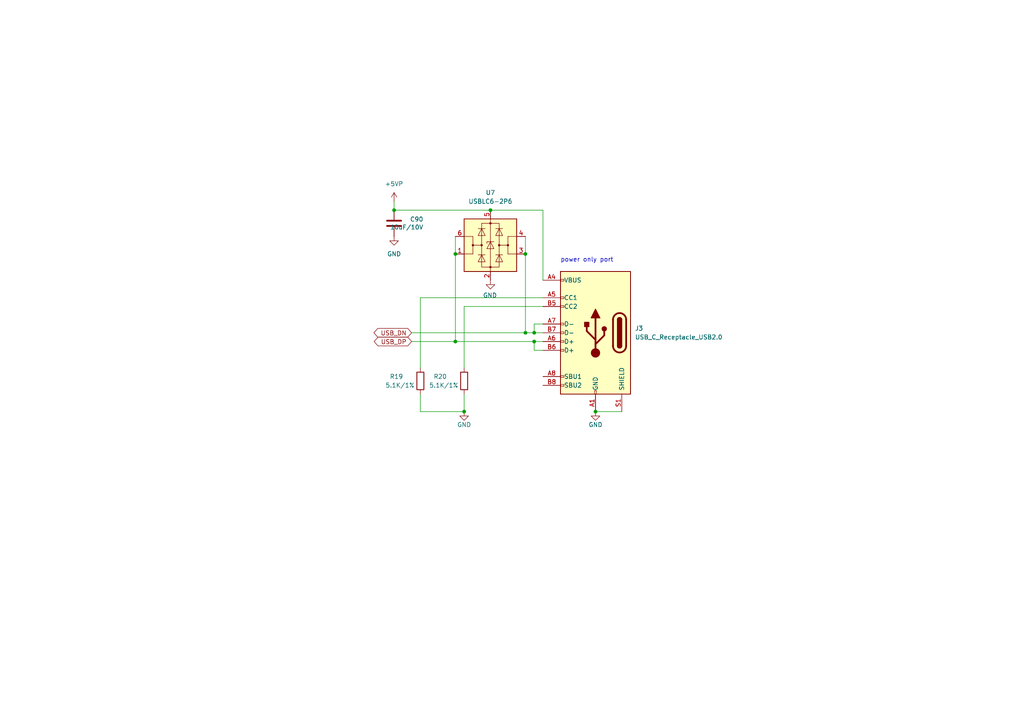
<source format=kicad_sch>
(kicad_sch (version 20231120) (generator "eeschema") (generator_version "8.0")
  (paper "A4")
  (title_block (title "USB Connector") (date "2024-10-05") (rev "R0.12") (company "Copyright 2024 Anhang Li, Wenting Zhang") (comment 2 "MERCHANTABILITY, SATISFACTORY QUALITY AND FITNESS FOR A PARTICULAR PURPOSE.") (comment 3 "This source is distributed WITHOUT ANY EXPRESS OR IMPLIED WARRANTY, INCLUDING OF") (comment 4 "This source describes Open Hardware and is licensed under the CERN-OHL-P v2."))
  (lib_symbols
    (symbol "Connector:USB_C_Receptacle_USB2.0" (pin_names (offset 1.016))
      (property "Reference" "J" (at -10.16 19.05 0))
      (property "Value" "USB_C_Receptacle_USB2.0" (at 19.05 19.05 0))
      (symbol "USB_C_Receptacle_USB2.0_0_0"
        (rectangle (start -0.254 -17.78) (end 0.254 -16.764))
        (rectangle (start 10.16 -14.986) (end 9.144 -15.494))
        (rectangle (start 10.16 -12.446) (end 9.144 -12.954))
        (rectangle (start 10.16 -4.826) (end 9.144 -5.334))
        (rectangle (start 10.16 -2.286) (end 9.144 -2.794))
        (rectangle (start 10.16 0.254) (end 9.144 -0.254))
        (rectangle (start 10.16 2.794) (end 9.144 2.286))
        (rectangle (start 10.16 7.874) (end 9.144 7.366))
        (rectangle (start 10.16 10.414) (end 9.144 9.906))
        (rectangle (start 10.16 15.494) (end 9.144 14.986))
      )
      (symbol "USB_C_Receptacle_USB2.0_0_1"
        (rectangle (start -10.16 17.78) (end 10.16 -17.78) (stroke (width 0.254)) (fill (type background)))
        (arc (start -8.89 -3.81) (mid -6.985 -5.7067) (end -5.08 -3.81) (stroke (width 0.508)))
        (arc (start -7.62 -3.81) (mid -6.985 -4.4423) (end -6.35 -3.81) (stroke (width 0.254)))
        (arc (start -7.62 -3.81) (mid -6.985 -4.4423) (end -6.35 -3.81) (stroke (width 0.254)) (fill (type outline)))
        (rectangle (start -7.62 -3.81) (end -6.35 3.81) (stroke (width 0.254)) (fill (type outline)))
        (arc (start -6.35 3.81) (mid -6.985 4.4423) (end -7.62 3.81) (stroke (width 0.254)))
        (arc (start -6.35 3.81) (mid -6.985 4.4423) (end -7.62 3.81) (stroke (width 0.254)) (fill (type outline)))
        (arc (start -5.08 3.81) (mid -6.985 5.7067) (end -8.89 3.81) (stroke (width 0.508)))
        (circle (center -2.54 1.143) (radius 0.635) (stroke (width 0.254)) (fill (type outline)))
        (circle (center 0 -5.842) (radius 1.27) (fill (type outline)))
        (polyline (pts (xy -8.89 -3.81) (xy -8.89 3.81)) (stroke (width 0.508)))
        (polyline (pts (xy -5.08 3.81) (xy -5.08 -3.81)) (stroke (width 0.508)))
        (polyline (pts (xy 0 -5.842) (xy 0 4.318)) (stroke (width 0.508)))
        (polyline (pts (xy 0 -3.302) (xy -2.54 -0.762) (xy -2.54 0.508)) (stroke (width 0.508)))
        (polyline (pts (xy 0 -2.032) (xy 2.54 0.508) (xy 2.54 1.778)) (stroke (width 0.508)))
        (polyline (pts (xy -1.27 4.318) (xy 0 6.858) (xy 1.27 4.318) (xy -1.27 4.318)) (stroke (width 0.254)) (fill (type outline)))
        (rectangle (start 1.905 1.778) (end 3.175 3.048) (stroke (width 0.254)) (fill (type outline)))
      )
      (symbol "USB_C_Receptacle_USB2.0_1_1"
        (pin passive line (at 0 -22.86 90) (length 5.08) (name "GND") (number "A1"))
        (pin passive line (at 0 -22.86 90) (length 5.08) hide (name "GND") (number "A12"))
        (pin passive line (at 15.24 15.24 180) (length 5.08) (name "VBUS") (number "A4"))
        (pin bidirectional line (at 15.24 10.16 180) (length 5.08) (name "CC1") (number "A5"))
        (pin bidirectional line (at 15.24 -2.54 180) (length 5.08) (name "D+") (number "A6"))
        (pin bidirectional line (at 15.24 2.54 180) (length 5.08) (name "D-") (number "A7"))
        (pin bidirectional line (at 15.24 -12.7 180) (length 5.08) (name "SBU1") (number "A8"))
        (pin passive line (at 15.24 15.24 180) (length 5.08) hide (name "VBUS") (number "A9"))
        (pin passive line (at 0 -22.86 90) (length 5.08) hide (name "GND") (number "B1"))
        (pin passive line (at 0 -22.86 90) (length 5.08) hide (name "GND") (number "B12"))
        (pin passive line (at 15.24 15.24 180) (length 5.08) hide (name "VBUS") (number "B4"))
        (pin bidirectional line (at 15.24 7.62 180) (length 5.08) (name "CC2") (number "B5"))
        (pin bidirectional line (at 15.24 -5.08 180) (length 5.08) (name "D+") (number "B6"))
        (pin bidirectional line (at 15.24 0 180) (length 5.08) (name "D-") (number "B7"))
        (pin bidirectional line (at 15.24 -15.24 180) (length 5.08) (name "SBU2") (number "B8"))
        (pin passive line (at 15.24 15.24 180) (length 5.08) hide (name "VBUS") (number "B9"))
        (pin passive line (at -7.62 -22.86 90) (length 5.08) (name "SHIELD") (number "S1"))
      )
    )
    (symbol "Device:C" (pin_numbers hide) (pin_names (offset 0.254))
      (property "Reference" "C" (at 0.635 2.54 0))
      (property "Value" "C" (at 0.635 -2.54 0))
      (symbol "C_0_1"
        (polyline (pts (xy -2.032 -0.762) (xy 2.032 -0.762)) (stroke (width 0.508)))
        (polyline (pts (xy -2.032 0.762) (xy 2.032 0.762)) (stroke (width 0.508)))
      )
      (symbol "C_1_1"
        (pin passive line (at 0 3.81 270) (length 2.794) (name "~") (number "1"))
        (pin passive line (at 0 -3.81 90) (length 2.794) (name "~") (number "2"))
      )
    )
    (symbol "Device:R" (pin_numbers hide) (pin_names (offset 0))
      (property "Reference" "R" (at 2.032 0 90))
      (property "Value" "R" (at 0 0 90))
      (symbol "R_0_1"
        (rectangle (start -1.016 -2.54) (end 1.016 2.54) (stroke (width 0.254)))
      )
      (symbol "R_1_1"
        (pin passive line (at 0 3.81 270) (length 1.27) (name "~") (number "1"))
        (pin passive line (at 0 -3.81 90) (length 1.27) (name "~") (number "2"))
      )
    )
    (symbol "Power_Protection:USBLC6-2P6" (pin_names hide)
      (property "Reference" "U" (at 2.54 8.89 0))
      (property "Value" "USBLC6-2P6" (at 2.54 -8.89 0))
      (symbol "USBLC6-2P6_0_1"
        (rectangle (start -7.62 -7.62) (end 7.62 7.62) (stroke (width 0.254)) (fill (type background)))
        (circle (center -5.08 0) (radius 0.254) (fill (type outline)))
        (circle (center -2.54 0) (radius 0.254) (fill (type outline)))
        (rectangle (start -2.54 6.35) (end 2.54 -6.35))
        (circle (center 0 -6.35) (radius 0.254) (fill (type outline)))
        (polyline (pts (xy -5.08 -2.54) (xy -7.62 -2.54)))
        (polyline (pts (xy -5.08 0) (xy -5.08 -2.54)))
        (polyline (pts (xy -5.08 2.54) (xy -7.62 2.54)))
        (polyline (pts (xy -1.524 -2.794) (xy -3.556 -2.794)))
        (polyline (pts (xy -1.524 4.826) (xy -3.556 4.826)))
        (polyline (pts (xy 0 -7.62) (xy 0 -6.35)))
        (polyline (pts (xy 0 -6.35) (xy 0 1.27)))
        (polyline (pts (xy 0 1.27) (xy 0 6.35)))
        (polyline (pts (xy 0 6.35) (xy 0 7.62)))
        (polyline (pts (xy 1.524 -2.794) (xy 3.556 -2.794)))
        (polyline (pts (xy 1.524 4.826) (xy 3.556 4.826)))
        (polyline (pts (xy 5.08 -2.54) (xy 7.62 -2.54)))
        (polyline (pts (xy 5.08 0) (xy 5.08 -2.54)))
        (polyline (pts (xy 5.08 2.54) (xy 7.62 2.54)))
        (polyline (pts (xy -2.54 0) (xy -5.08 0) (xy -5.08 2.54)))
        (polyline (pts (xy 2.54 0) (xy 5.08 0) (xy 5.08 2.54)))
        (polyline (pts (xy -3.556 -4.826) (xy -1.524 -4.826) (xy -2.54 -2.794) (xy -3.556 -4.826)))
        (polyline (pts (xy -3.556 2.794) (xy -1.524 2.794) (xy -2.54 4.826) (xy -3.556 2.794)))
        (polyline (pts (xy -1.016 -1.016) (xy 1.016 -1.016) (xy 0 1.016) (xy -1.016 -1.016)))
        (polyline (pts (xy 1.016 1.016) (xy 0.762 1.016) (xy -1.016 1.016) (xy -1.016 0.508)))
        (polyline (pts (xy 3.556 -4.826) (xy 1.524 -4.826) (xy 2.54 -2.794) (xy 3.556 -4.826)))
        (polyline (pts (xy 3.556 2.794) (xy 1.524 2.794) (xy 2.54 4.826) (xy 3.556 2.794)))
        (circle (center 0 6.35) (radius 0.254) (fill (type outline)))
        (circle (center 2.54 0) (radius 0.254) (fill (type outline)))
        (circle (center 5.08 0) (radius 0.254) (fill (type outline)))
      )
      (symbol "USBLC6-2P6_1_1"
        (pin passive line (at -10.16 -2.54 0) (length 2.54) (name "I/O1") (number "1"))
        (pin passive line (at 0 -10.16 90) (length 2.54) (name "GND") (number "2"))
        (pin passive line (at 10.16 -2.54 180) (length 2.54) (name "I/O2") (number "3"))
        (pin passive line (at 10.16 2.54 180) (length 2.54) (name "I/O2") (number "4"))
        (pin passive line (at 0 10.16 270) (length 2.54) (name "VBUS") (number "5"))
        (pin passive line (at -10.16 2.54 0) (length 2.54) (name "I/O1") (number "6"))
      )
    )
    (symbol "power:+5VP" (power) (pin_names (offset 0))
      (property "Value" "+5VP" (at 0 3.556 0))
      (symbol "+5VP_0_1"
        (polyline (pts (xy -0.762 1.27) (xy 0 2.54)))
        (polyline (pts (xy 0 0) (xy 0 2.54)))
        (polyline (pts (xy 0 2.54) (xy 0.762 1.27)))
      )
      (symbol "+5VP_1_1"
        (pin power_in line (at 0 0 90) (length 0) hide (name "+5VP") (number "1"))
      )
    )
    (symbol "power:GND" (power) (pin_names (offset 0))
      (property "Value" "GND" (at 0 -3.81 0))
      (symbol "GND_0_1"
        (polyline (pts (xy 0 0) (xy 0 -1.27) (xy 1.27 -1.27) (xy 0 -2.54) (xy -1.27 -1.27) (xy 0 -1.27)))
      )
      (symbol "GND_1_1"
        (pin power_in line (at 0 0 270) (length 0) hide (name "GND") (number "1"))
      )
    )
  )
  (junction (at 114.3 60.96) (diameter 0.9144))
  (junction (at 132.08 99.06))
  (junction (at 152.4 96.52))
  (junction (at 152.4 73.66))
  (junction (at 142.24 60.96))
  (junction (at 172.72 119.38))
  (junction (at 134.62 119.38))
  (junction (at 154.94 99.06))
  (junction (at 132.08 73.66))
  (junction (at 154.94 96.52))
  (wire (pts (xy 132.08 99.06) (xy 154.94 99.06)))
  (wire (pts (xy 132.08 73.66) (xy 132.08 68.58)))
  (wire (pts (xy 121.92 114.3) (xy 121.92 119.38)))
  (wire (pts (xy 154.94 101.6) (xy 154.94 99.06)))
  (wire (pts (xy 157.48 93.98) (xy 154.94 93.98)))
  (wire (pts (xy 119.38 99.06) (xy 132.08 99.06)))
  (wire (pts (xy 121.92 119.38) (xy 134.62 119.38)))
  (wire (pts (xy 154.94 93.98) (xy 154.94 96.52)))
  (wire (pts (xy 132.08 73.66) (xy 132.08 99.06)))
  (wire (pts (xy 154.94 96.52) (xy 157.48 96.52)))
  (wire (pts (xy 152.4 73.66) (xy 152.4 68.58)))
  (wire (pts (xy 154.94 99.06) (xy 157.48 99.06)))
  (wire (pts (xy 119.38 96.52) (xy 152.4 96.52)))
  (wire (pts (xy 152.4 73.66) (xy 152.4 96.52)))
  (wire (pts (xy 134.62 114.3) (xy 134.62 119.38)))
  (wire (pts (xy 121.92 106.68) (xy 121.92 86.36)))
  (wire (pts (xy 134.62 88.9) (xy 157.48 88.9)))
  (wire (pts (xy 172.72 119.38) (xy 180.34 119.38)))
  (wire (pts (xy 157.48 60.96) (xy 157.48 81.28)))
  (wire (pts (xy 134.62 88.9) (xy 134.62 106.68)))
  (wire (pts (xy 152.4 96.52) (xy 154.94 96.52)))
  (wire (pts (xy 142.24 60.96) (xy 157.48 60.96)))
  (wire (pts (xy 157.48 101.6) (xy 154.94 101.6)))
  (wire (pts (xy 121.92 86.36) (xy 157.48 86.36)))
  (wire (pts (xy 114.3 58.42) (xy 114.3 60.96)))
  (wire (pts (xy 114.3 60.96) (xy 142.24 60.96)))
  (text "power only port" (at 162.56 76.2 0) (effects (font (size 1.27 1.27)) (justify left bottom)))
  (global_label "USB_DP" (shape bidirectional) (at 119.38 99.06 180) (property "Intersheetrefs" "${INTERSHEET_REFS}" (effects (hide yes))))
  (global_label "USB_DN" (shape bidirectional) (at 119.38 96.52 180) (property "Intersheetrefs" "${INTERSHEET_REFS}" (effects (hide yes))))
  (symbol (lib_id "power:GND") (at 134.62 119.38 0) (unit 1)
    (property "Reference" "#PWR085" (effects (hide yes)))
    (property "Value" "GND" (at 134.62 123.19 0))
  )
  (symbol (lib_id "power:GND") (at 172.72 119.38 0) (unit 1)
    (property "Reference" "#PWR086" (effects (hide yes)))
    (property "Value" "GND" (at 172.72 123.19 0))
  )
  (symbol (lib_id "Connector:USB_C_Receptacle_USB2.0") (at 172.72 96.52 0) (mirror y) (unit 1)
    (property "Reference" "J3" (at 184.15 95.2499 0) (effects (justify right)))
    (property "Value" "USB_C_Receptacle_USB2.0" (at 184.15 97.7899 0) (effects (justify right)))
    (property "Footprint" "Connector_USB:USB_C_Receptacle_HRO_TYPE-C-31-M-12" (effects (hide yes)))
    (property "Datasheet" "https://www.usb.org/sites/default/files/documents/usb_type-c.zip" (effects (hide yes)))
  )
  (symbol (lib_id "Device:R") (at 134.62 110.49 0) (unit 1)
    (property "Reference" "R20" (at 125.73 109.22 0) (effects (justify left)))
    (property "Value" "5.1K/1%" (at 124.46 111.76 0) (effects (justify left)))
    (property "Footprint" "Resistor_SMD:R_0402_1005Metric" (effects (hide yes)))
  )
  (symbol (lib_id "Device:C") (at 114.3 64.77 0) (mirror y) (unit 1)
    (property "Reference" "C90" (at 122.809 63.602 0) (effects (justify left)))
    (property "Value" "10uF/10V" (at 122.809 65.913 0) (effects (justify left)))
    (property "Footprint" "Capacitor_SMD:C_0603_1608Metric" (effects (hide yes)))
  )
  (symbol (lib_id "power:GND") (at 142.24 81.28 0) (mirror y) (unit 1)
    (property "Reference" "#PWR0101" (effects (hide yes)))
    (property "Value" "GND" (at 142.113 85.6742 0))
  )
  (symbol (lib_id "power:+5VP") (at 114.3 58.42 0) (unit 1)
    (property "Reference" "#PWR075" (effects (hide yes)))
    (property "Value" "+5VP" (at 114.3 53.34 0))
  )
  (symbol (lib_id "Device:R") (at 121.92 110.49 0) (unit 1)
    (property "Reference" "R19" (at 113.03 109.22 0) (effects (justify left)))
    (property "Value" "5.1K/1%" (at 111.76 111.76 0) (effects (justify left)))
    (property "Footprint" "Resistor_SMD:R_0402_1005Metric" (effects (hide yes)))
  )
  (symbol (lib_id "power:GND") (at 114.3 68.58 0) (mirror y) (unit 1)
    (property "Reference" "#PWR076" (effects (hide yes)))
    (property "Value" "GND" (at 114.3 73.66 0))
  )
  (symbol (lib_id "Power_Protection:USBLC6-2P6") (at 142.24 71.12 0) (unit 1)
    (property "Reference" "U7" (at 142.24 55.88 0))
    (property "Value" "USBLC6-2P6" (at 142.24 58.42 0))
    (property "Footprint" "Package_TO_SOT_SMD:SOT-666" (effects (hide yes)))
    (property "Datasheet" "https://www.st.com/resource/en/datasheet/usblc6-2.pdf" (effects (hide yes)))
  )
)
</source>
